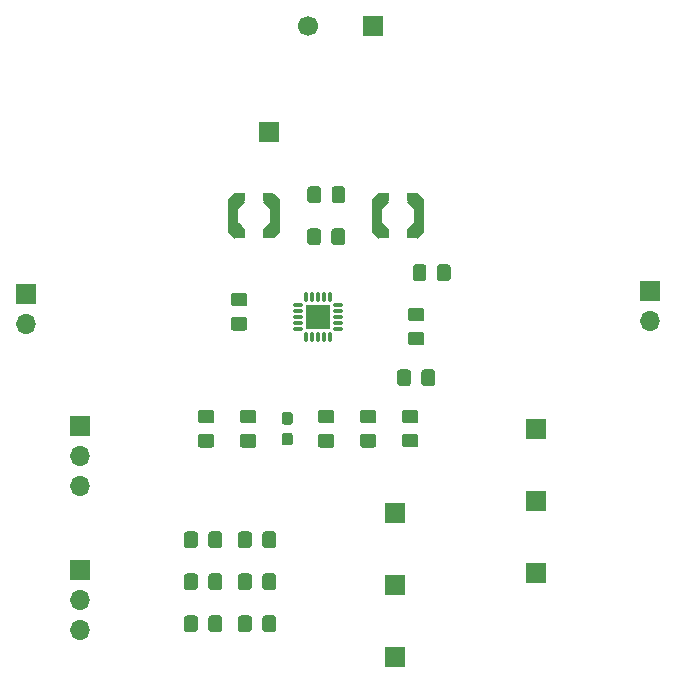
<source format=gbr>
G04 #@! TF.GenerationSoftware,KiCad,Pcbnew,(5.1.5)-3*
G04 #@! TF.CreationDate,2020-02-20T10:21:21+01:00*
G04 #@! TF.ProjectId,bq25570,62713235-3537-4302-9e6b-696361645f70,rev?*
G04 #@! TF.SameCoordinates,Original*
G04 #@! TF.FileFunction,Soldermask,Top*
G04 #@! TF.FilePolarity,Negative*
%FSLAX46Y46*%
G04 Gerber Fmt 4.6, Leading zero omitted, Abs format (unit mm)*
G04 Created by KiCad (PCBNEW (5.1.5)-3) date 2020-02-20 10:21:21*
%MOMM*%
%LPD*%
G04 APERTURE LIST*
%ADD10C,0.210000*%
%ADD11O,0.280000X0.850000*%
%ADD12O,0.850000X0.280000*%
%ADD13R,2.050000X2.050000*%
%ADD14R,1.700000X1.700000*%
%ADD15C,0.100000*%
%ADD16R,0.890000X0.775000*%
%ADD17R,0.870000X2.790000*%
%ADD18O,1.700000X1.700000*%
%ADD19C,1.700000*%
G04 APERTURE END LIST*
D10*
X115112420Y-72084820D03*
X115112420Y-71084820D03*
X114112420Y-71084820D03*
X114112420Y-72084820D03*
X114612420Y-71584820D03*
X114612420Y-72084820D03*
X115112420Y-71584820D03*
X114612420Y-71084820D03*
X114112420Y-71584820D03*
D11*
X113612420Y-69864820D03*
X114112420Y-69864820D03*
X114612420Y-69864820D03*
X115112420Y-69864820D03*
X115612420Y-69864820D03*
X115612420Y-73304820D03*
X115112420Y-73304820D03*
X113612420Y-73304820D03*
X114112420Y-73304820D03*
X114612420Y-73304820D03*
D12*
X112892420Y-72584820D03*
X112892420Y-71084820D03*
X112892420Y-72084820D03*
X116332420Y-72584820D03*
X116332420Y-70584820D03*
X116332420Y-72084820D03*
X112892420Y-71584820D03*
X112892420Y-70584820D03*
X116332420Y-71584820D03*
X116332420Y-71084820D03*
D13*
X114612420Y-71584820D03*
D14*
X121158000Y-94234000D03*
D15*
G36*
X104217505Y-89725204D02*
G01*
X104241773Y-89728804D01*
X104265572Y-89734765D01*
X104288671Y-89743030D01*
X104310850Y-89753520D01*
X104331893Y-89766132D01*
X104351599Y-89780747D01*
X104369777Y-89797223D01*
X104386253Y-89815401D01*
X104400868Y-89835107D01*
X104413480Y-89856150D01*
X104423970Y-89878329D01*
X104432235Y-89901428D01*
X104438196Y-89925227D01*
X104441796Y-89949495D01*
X104443000Y-89973999D01*
X104443000Y-90874001D01*
X104441796Y-90898505D01*
X104438196Y-90922773D01*
X104432235Y-90946572D01*
X104423970Y-90969671D01*
X104413480Y-90991850D01*
X104400868Y-91012893D01*
X104386253Y-91032599D01*
X104369777Y-91050777D01*
X104351599Y-91067253D01*
X104331893Y-91081868D01*
X104310850Y-91094480D01*
X104288671Y-91104970D01*
X104265572Y-91113235D01*
X104241773Y-91119196D01*
X104217505Y-91122796D01*
X104193001Y-91124000D01*
X103542999Y-91124000D01*
X103518495Y-91122796D01*
X103494227Y-91119196D01*
X103470428Y-91113235D01*
X103447329Y-91104970D01*
X103425150Y-91094480D01*
X103404107Y-91081868D01*
X103384401Y-91067253D01*
X103366223Y-91050777D01*
X103349747Y-91032599D01*
X103335132Y-91012893D01*
X103322520Y-90991850D01*
X103312030Y-90969671D01*
X103303765Y-90946572D01*
X103297804Y-90922773D01*
X103294204Y-90898505D01*
X103293000Y-90874001D01*
X103293000Y-89973999D01*
X103294204Y-89949495D01*
X103297804Y-89925227D01*
X103303765Y-89901428D01*
X103312030Y-89878329D01*
X103322520Y-89856150D01*
X103335132Y-89835107D01*
X103349747Y-89815401D01*
X103366223Y-89797223D01*
X103384401Y-89780747D01*
X103404107Y-89766132D01*
X103425150Y-89753520D01*
X103447329Y-89743030D01*
X103470428Y-89734765D01*
X103494227Y-89728804D01*
X103518495Y-89725204D01*
X103542999Y-89724000D01*
X104193001Y-89724000D01*
X104217505Y-89725204D01*
G37*
G36*
X106267505Y-89725204D02*
G01*
X106291773Y-89728804D01*
X106315572Y-89734765D01*
X106338671Y-89743030D01*
X106360850Y-89753520D01*
X106381893Y-89766132D01*
X106401599Y-89780747D01*
X106419777Y-89797223D01*
X106436253Y-89815401D01*
X106450868Y-89835107D01*
X106463480Y-89856150D01*
X106473970Y-89878329D01*
X106482235Y-89901428D01*
X106488196Y-89925227D01*
X106491796Y-89949495D01*
X106493000Y-89973999D01*
X106493000Y-90874001D01*
X106491796Y-90898505D01*
X106488196Y-90922773D01*
X106482235Y-90946572D01*
X106473970Y-90969671D01*
X106463480Y-90991850D01*
X106450868Y-91012893D01*
X106436253Y-91032599D01*
X106419777Y-91050777D01*
X106401599Y-91067253D01*
X106381893Y-91081868D01*
X106360850Y-91094480D01*
X106338671Y-91104970D01*
X106315572Y-91113235D01*
X106291773Y-91119196D01*
X106267505Y-91122796D01*
X106243001Y-91124000D01*
X105592999Y-91124000D01*
X105568495Y-91122796D01*
X105544227Y-91119196D01*
X105520428Y-91113235D01*
X105497329Y-91104970D01*
X105475150Y-91094480D01*
X105454107Y-91081868D01*
X105434401Y-91067253D01*
X105416223Y-91050777D01*
X105399747Y-91032599D01*
X105385132Y-91012893D01*
X105372520Y-90991850D01*
X105362030Y-90969671D01*
X105353765Y-90946572D01*
X105347804Y-90922773D01*
X105344204Y-90898505D01*
X105343000Y-90874001D01*
X105343000Y-89973999D01*
X105344204Y-89949495D01*
X105347804Y-89925227D01*
X105353765Y-89901428D01*
X105362030Y-89878329D01*
X105372520Y-89856150D01*
X105385132Y-89835107D01*
X105399747Y-89815401D01*
X105416223Y-89797223D01*
X105434401Y-89780747D01*
X105454107Y-89766132D01*
X105475150Y-89753520D01*
X105497329Y-89743030D01*
X105520428Y-89734765D01*
X105544227Y-89728804D01*
X105568495Y-89725204D01*
X105592999Y-89724000D01*
X106243001Y-89724000D01*
X106267505Y-89725204D01*
G37*
G36*
X104217505Y-93281204D02*
G01*
X104241773Y-93284804D01*
X104265572Y-93290765D01*
X104288671Y-93299030D01*
X104310850Y-93309520D01*
X104331893Y-93322132D01*
X104351599Y-93336747D01*
X104369777Y-93353223D01*
X104386253Y-93371401D01*
X104400868Y-93391107D01*
X104413480Y-93412150D01*
X104423970Y-93434329D01*
X104432235Y-93457428D01*
X104438196Y-93481227D01*
X104441796Y-93505495D01*
X104443000Y-93529999D01*
X104443000Y-94430001D01*
X104441796Y-94454505D01*
X104438196Y-94478773D01*
X104432235Y-94502572D01*
X104423970Y-94525671D01*
X104413480Y-94547850D01*
X104400868Y-94568893D01*
X104386253Y-94588599D01*
X104369777Y-94606777D01*
X104351599Y-94623253D01*
X104331893Y-94637868D01*
X104310850Y-94650480D01*
X104288671Y-94660970D01*
X104265572Y-94669235D01*
X104241773Y-94675196D01*
X104217505Y-94678796D01*
X104193001Y-94680000D01*
X103542999Y-94680000D01*
X103518495Y-94678796D01*
X103494227Y-94675196D01*
X103470428Y-94669235D01*
X103447329Y-94660970D01*
X103425150Y-94650480D01*
X103404107Y-94637868D01*
X103384401Y-94623253D01*
X103366223Y-94606777D01*
X103349747Y-94588599D01*
X103335132Y-94568893D01*
X103322520Y-94547850D01*
X103312030Y-94525671D01*
X103303765Y-94502572D01*
X103297804Y-94478773D01*
X103294204Y-94454505D01*
X103293000Y-94430001D01*
X103293000Y-93529999D01*
X103294204Y-93505495D01*
X103297804Y-93481227D01*
X103303765Y-93457428D01*
X103312030Y-93434329D01*
X103322520Y-93412150D01*
X103335132Y-93391107D01*
X103349747Y-93371401D01*
X103366223Y-93353223D01*
X103384401Y-93336747D01*
X103404107Y-93322132D01*
X103425150Y-93309520D01*
X103447329Y-93299030D01*
X103470428Y-93290765D01*
X103494227Y-93284804D01*
X103518495Y-93281204D01*
X103542999Y-93280000D01*
X104193001Y-93280000D01*
X104217505Y-93281204D01*
G37*
G36*
X106267505Y-93281204D02*
G01*
X106291773Y-93284804D01*
X106315572Y-93290765D01*
X106338671Y-93299030D01*
X106360850Y-93309520D01*
X106381893Y-93322132D01*
X106401599Y-93336747D01*
X106419777Y-93353223D01*
X106436253Y-93371401D01*
X106450868Y-93391107D01*
X106463480Y-93412150D01*
X106473970Y-93434329D01*
X106482235Y-93457428D01*
X106488196Y-93481227D01*
X106491796Y-93505495D01*
X106493000Y-93529999D01*
X106493000Y-94430001D01*
X106491796Y-94454505D01*
X106488196Y-94478773D01*
X106482235Y-94502572D01*
X106473970Y-94525671D01*
X106463480Y-94547850D01*
X106450868Y-94568893D01*
X106436253Y-94588599D01*
X106419777Y-94606777D01*
X106401599Y-94623253D01*
X106381893Y-94637868D01*
X106360850Y-94650480D01*
X106338671Y-94660970D01*
X106315572Y-94669235D01*
X106291773Y-94675196D01*
X106267505Y-94678796D01*
X106243001Y-94680000D01*
X105592999Y-94680000D01*
X105568495Y-94678796D01*
X105544227Y-94675196D01*
X105520428Y-94669235D01*
X105497329Y-94660970D01*
X105475150Y-94650480D01*
X105454107Y-94637868D01*
X105434401Y-94623253D01*
X105416223Y-94606777D01*
X105399747Y-94588599D01*
X105385132Y-94568893D01*
X105372520Y-94547850D01*
X105362030Y-94525671D01*
X105353765Y-94502572D01*
X105347804Y-94478773D01*
X105344204Y-94454505D01*
X105343000Y-94430001D01*
X105343000Y-93529999D01*
X105344204Y-93505495D01*
X105347804Y-93481227D01*
X105353765Y-93457428D01*
X105362030Y-93434329D01*
X105372520Y-93412150D01*
X105385132Y-93391107D01*
X105399747Y-93371401D01*
X105416223Y-93353223D01*
X105434401Y-93336747D01*
X105454107Y-93322132D01*
X105475150Y-93309520D01*
X105497329Y-93299030D01*
X105520428Y-93290765D01*
X105544227Y-93284804D01*
X105568495Y-93281204D01*
X105592999Y-93280000D01*
X106243001Y-93280000D01*
X106267505Y-93281204D01*
G37*
G36*
X104217505Y-96837204D02*
G01*
X104241773Y-96840804D01*
X104265572Y-96846765D01*
X104288671Y-96855030D01*
X104310850Y-96865520D01*
X104331893Y-96878132D01*
X104351599Y-96892747D01*
X104369777Y-96909223D01*
X104386253Y-96927401D01*
X104400868Y-96947107D01*
X104413480Y-96968150D01*
X104423970Y-96990329D01*
X104432235Y-97013428D01*
X104438196Y-97037227D01*
X104441796Y-97061495D01*
X104443000Y-97085999D01*
X104443000Y-97986001D01*
X104441796Y-98010505D01*
X104438196Y-98034773D01*
X104432235Y-98058572D01*
X104423970Y-98081671D01*
X104413480Y-98103850D01*
X104400868Y-98124893D01*
X104386253Y-98144599D01*
X104369777Y-98162777D01*
X104351599Y-98179253D01*
X104331893Y-98193868D01*
X104310850Y-98206480D01*
X104288671Y-98216970D01*
X104265572Y-98225235D01*
X104241773Y-98231196D01*
X104217505Y-98234796D01*
X104193001Y-98236000D01*
X103542999Y-98236000D01*
X103518495Y-98234796D01*
X103494227Y-98231196D01*
X103470428Y-98225235D01*
X103447329Y-98216970D01*
X103425150Y-98206480D01*
X103404107Y-98193868D01*
X103384401Y-98179253D01*
X103366223Y-98162777D01*
X103349747Y-98144599D01*
X103335132Y-98124893D01*
X103322520Y-98103850D01*
X103312030Y-98081671D01*
X103303765Y-98058572D01*
X103297804Y-98034773D01*
X103294204Y-98010505D01*
X103293000Y-97986001D01*
X103293000Y-97085999D01*
X103294204Y-97061495D01*
X103297804Y-97037227D01*
X103303765Y-97013428D01*
X103312030Y-96990329D01*
X103322520Y-96968150D01*
X103335132Y-96947107D01*
X103349747Y-96927401D01*
X103366223Y-96909223D01*
X103384401Y-96892747D01*
X103404107Y-96878132D01*
X103425150Y-96865520D01*
X103447329Y-96855030D01*
X103470428Y-96846765D01*
X103494227Y-96840804D01*
X103518495Y-96837204D01*
X103542999Y-96836000D01*
X104193001Y-96836000D01*
X104217505Y-96837204D01*
G37*
G36*
X106267505Y-96837204D02*
G01*
X106291773Y-96840804D01*
X106315572Y-96846765D01*
X106338671Y-96855030D01*
X106360850Y-96865520D01*
X106381893Y-96878132D01*
X106401599Y-96892747D01*
X106419777Y-96909223D01*
X106436253Y-96927401D01*
X106450868Y-96947107D01*
X106463480Y-96968150D01*
X106473970Y-96990329D01*
X106482235Y-97013428D01*
X106488196Y-97037227D01*
X106491796Y-97061495D01*
X106493000Y-97085999D01*
X106493000Y-97986001D01*
X106491796Y-98010505D01*
X106488196Y-98034773D01*
X106482235Y-98058572D01*
X106473970Y-98081671D01*
X106463480Y-98103850D01*
X106450868Y-98124893D01*
X106436253Y-98144599D01*
X106419777Y-98162777D01*
X106401599Y-98179253D01*
X106381893Y-98193868D01*
X106360850Y-98206480D01*
X106338671Y-98216970D01*
X106315572Y-98225235D01*
X106291773Y-98231196D01*
X106267505Y-98234796D01*
X106243001Y-98236000D01*
X105592999Y-98236000D01*
X105568495Y-98234796D01*
X105544227Y-98231196D01*
X105520428Y-98225235D01*
X105497329Y-98216970D01*
X105475150Y-98206480D01*
X105454107Y-98193868D01*
X105434401Y-98179253D01*
X105416223Y-98162777D01*
X105399747Y-98144599D01*
X105385132Y-98124893D01*
X105372520Y-98103850D01*
X105362030Y-98081671D01*
X105353765Y-98058572D01*
X105347804Y-98034773D01*
X105344204Y-98010505D01*
X105343000Y-97986001D01*
X105343000Y-97085999D01*
X105344204Y-97061495D01*
X105347804Y-97037227D01*
X105353765Y-97013428D01*
X105362030Y-96990329D01*
X105372520Y-96968150D01*
X105385132Y-96947107D01*
X105399747Y-96927401D01*
X105416223Y-96909223D01*
X105434401Y-96892747D01*
X105454107Y-96878132D01*
X105475150Y-96865520D01*
X105497329Y-96855030D01*
X105520428Y-96846765D01*
X105544227Y-96840804D01*
X105568495Y-96837204D01*
X105592999Y-96836000D01*
X106243001Y-96836000D01*
X106267505Y-96837204D01*
G37*
G36*
X123410505Y-70782204D02*
G01*
X123434773Y-70785804D01*
X123458572Y-70791765D01*
X123481671Y-70800030D01*
X123503850Y-70810520D01*
X123524893Y-70823132D01*
X123544599Y-70837747D01*
X123562777Y-70854223D01*
X123579253Y-70872401D01*
X123593868Y-70892107D01*
X123606480Y-70913150D01*
X123616970Y-70935329D01*
X123625235Y-70958428D01*
X123631196Y-70982227D01*
X123634796Y-71006495D01*
X123636000Y-71030999D01*
X123636000Y-71681001D01*
X123634796Y-71705505D01*
X123631196Y-71729773D01*
X123625235Y-71753572D01*
X123616970Y-71776671D01*
X123606480Y-71798850D01*
X123593868Y-71819893D01*
X123579253Y-71839599D01*
X123562777Y-71857777D01*
X123544599Y-71874253D01*
X123524893Y-71888868D01*
X123503850Y-71901480D01*
X123481671Y-71911970D01*
X123458572Y-71920235D01*
X123434773Y-71926196D01*
X123410505Y-71929796D01*
X123386001Y-71931000D01*
X122485999Y-71931000D01*
X122461495Y-71929796D01*
X122437227Y-71926196D01*
X122413428Y-71920235D01*
X122390329Y-71911970D01*
X122368150Y-71901480D01*
X122347107Y-71888868D01*
X122327401Y-71874253D01*
X122309223Y-71857777D01*
X122292747Y-71839599D01*
X122278132Y-71819893D01*
X122265520Y-71798850D01*
X122255030Y-71776671D01*
X122246765Y-71753572D01*
X122240804Y-71729773D01*
X122237204Y-71705505D01*
X122236000Y-71681001D01*
X122236000Y-71030999D01*
X122237204Y-71006495D01*
X122240804Y-70982227D01*
X122246765Y-70958428D01*
X122255030Y-70935329D01*
X122265520Y-70913150D01*
X122278132Y-70892107D01*
X122292747Y-70872401D01*
X122309223Y-70854223D01*
X122327401Y-70837747D01*
X122347107Y-70823132D01*
X122368150Y-70810520D01*
X122390329Y-70800030D01*
X122413428Y-70791765D01*
X122437227Y-70785804D01*
X122461495Y-70782204D01*
X122485999Y-70781000D01*
X123386001Y-70781000D01*
X123410505Y-70782204D01*
G37*
G36*
X123410505Y-72832204D02*
G01*
X123434773Y-72835804D01*
X123458572Y-72841765D01*
X123481671Y-72850030D01*
X123503850Y-72860520D01*
X123524893Y-72873132D01*
X123544599Y-72887747D01*
X123562777Y-72904223D01*
X123579253Y-72922401D01*
X123593868Y-72942107D01*
X123606480Y-72963150D01*
X123616970Y-72985329D01*
X123625235Y-73008428D01*
X123631196Y-73032227D01*
X123634796Y-73056495D01*
X123636000Y-73080999D01*
X123636000Y-73731001D01*
X123634796Y-73755505D01*
X123631196Y-73779773D01*
X123625235Y-73803572D01*
X123616970Y-73826671D01*
X123606480Y-73848850D01*
X123593868Y-73869893D01*
X123579253Y-73889599D01*
X123562777Y-73907777D01*
X123544599Y-73924253D01*
X123524893Y-73938868D01*
X123503850Y-73951480D01*
X123481671Y-73961970D01*
X123458572Y-73970235D01*
X123434773Y-73976196D01*
X123410505Y-73979796D01*
X123386001Y-73981000D01*
X122485999Y-73981000D01*
X122461495Y-73979796D01*
X122437227Y-73976196D01*
X122413428Y-73970235D01*
X122390329Y-73961970D01*
X122368150Y-73951480D01*
X122347107Y-73938868D01*
X122327401Y-73924253D01*
X122309223Y-73907777D01*
X122292747Y-73889599D01*
X122278132Y-73869893D01*
X122265520Y-73848850D01*
X122255030Y-73826671D01*
X122246765Y-73803572D01*
X122240804Y-73779773D01*
X122237204Y-73755505D01*
X122236000Y-73731001D01*
X122236000Y-73080999D01*
X122237204Y-73056495D01*
X122240804Y-73032227D01*
X122246765Y-73008428D01*
X122255030Y-72985329D01*
X122265520Y-72963150D01*
X122278132Y-72942107D01*
X122292747Y-72922401D01*
X122309223Y-72904223D01*
X122327401Y-72887747D01*
X122347107Y-72873132D01*
X122368150Y-72860520D01*
X122390329Y-72850030D01*
X122413428Y-72841765D01*
X122437227Y-72835804D01*
X122461495Y-72832204D01*
X122485999Y-72831000D01*
X123386001Y-72831000D01*
X123410505Y-72832204D01*
G37*
G36*
X124310505Y-76009204D02*
G01*
X124334773Y-76012804D01*
X124358572Y-76018765D01*
X124381671Y-76027030D01*
X124403850Y-76037520D01*
X124424893Y-76050132D01*
X124444599Y-76064747D01*
X124462777Y-76081223D01*
X124479253Y-76099401D01*
X124493868Y-76119107D01*
X124506480Y-76140150D01*
X124516970Y-76162329D01*
X124525235Y-76185428D01*
X124531196Y-76209227D01*
X124534796Y-76233495D01*
X124536000Y-76257999D01*
X124536000Y-77158001D01*
X124534796Y-77182505D01*
X124531196Y-77206773D01*
X124525235Y-77230572D01*
X124516970Y-77253671D01*
X124506480Y-77275850D01*
X124493868Y-77296893D01*
X124479253Y-77316599D01*
X124462777Y-77334777D01*
X124444599Y-77351253D01*
X124424893Y-77365868D01*
X124403850Y-77378480D01*
X124381671Y-77388970D01*
X124358572Y-77397235D01*
X124334773Y-77403196D01*
X124310505Y-77406796D01*
X124286001Y-77408000D01*
X123635999Y-77408000D01*
X123611495Y-77406796D01*
X123587227Y-77403196D01*
X123563428Y-77397235D01*
X123540329Y-77388970D01*
X123518150Y-77378480D01*
X123497107Y-77365868D01*
X123477401Y-77351253D01*
X123459223Y-77334777D01*
X123442747Y-77316599D01*
X123428132Y-77296893D01*
X123415520Y-77275850D01*
X123405030Y-77253671D01*
X123396765Y-77230572D01*
X123390804Y-77206773D01*
X123387204Y-77182505D01*
X123386000Y-77158001D01*
X123386000Y-76257999D01*
X123387204Y-76233495D01*
X123390804Y-76209227D01*
X123396765Y-76185428D01*
X123405030Y-76162329D01*
X123415520Y-76140150D01*
X123428132Y-76119107D01*
X123442747Y-76099401D01*
X123459223Y-76081223D01*
X123477401Y-76064747D01*
X123497107Y-76050132D01*
X123518150Y-76037520D01*
X123540329Y-76027030D01*
X123563428Y-76018765D01*
X123587227Y-76012804D01*
X123611495Y-76009204D01*
X123635999Y-76008000D01*
X124286001Y-76008000D01*
X124310505Y-76009204D01*
G37*
G36*
X122260505Y-76009204D02*
G01*
X122284773Y-76012804D01*
X122308572Y-76018765D01*
X122331671Y-76027030D01*
X122353850Y-76037520D01*
X122374893Y-76050132D01*
X122394599Y-76064747D01*
X122412777Y-76081223D01*
X122429253Y-76099401D01*
X122443868Y-76119107D01*
X122456480Y-76140150D01*
X122466970Y-76162329D01*
X122475235Y-76185428D01*
X122481196Y-76209227D01*
X122484796Y-76233495D01*
X122486000Y-76257999D01*
X122486000Y-77158001D01*
X122484796Y-77182505D01*
X122481196Y-77206773D01*
X122475235Y-77230572D01*
X122466970Y-77253671D01*
X122456480Y-77275850D01*
X122443868Y-77296893D01*
X122429253Y-77316599D01*
X122412777Y-77334777D01*
X122394599Y-77351253D01*
X122374893Y-77365868D01*
X122353850Y-77378480D01*
X122331671Y-77388970D01*
X122308572Y-77397235D01*
X122284773Y-77403196D01*
X122260505Y-77406796D01*
X122236001Y-77408000D01*
X121585999Y-77408000D01*
X121561495Y-77406796D01*
X121537227Y-77403196D01*
X121513428Y-77397235D01*
X121490329Y-77388970D01*
X121468150Y-77378480D01*
X121447107Y-77365868D01*
X121427401Y-77351253D01*
X121409223Y-77334777D01*
X121392747Y-77316599D01*
X121378132Y-77296893D01*
X121365520Y-77275850D01*
X121355030Y-77253671D01*
X121346765Y-77230572D01*
X121340804Y-77206773D01*
X121337204Y-77182505D01*
X121336000Y-77158001D01*
X121336000Y-76257999D01*
X121337204Y-76233495D01*
X121340804Y-76209227D01*
X121346765Y-76185428D01*
X121355030Y-76162329D01*
X121365520Y-76140150D01*
X121378132Y-76119107D01*
X121392747Y-76099401D01*
X121409223Y-76081223D01*
X121427401Y-76064747D01*
X121447107Y-76050132D01*
X121468150Y-76037520D01*
X121490329Y-76027030D01*
X121513428Y-76018765D01*
X121537227Y-76012804D01*
X121561495Y-76009204D01*
X121585999Y-76008000D01*
X122236001Y-76008000D01*
X122260505Y-76009204D01*
G37*
G36*
X122902505Y-81468204D02*
G01*
X122926773Y-81471804D01*
X122950572Y-81477765D01*
X122973671Y-81486030D01*
X122995850Y-81496520D01*
X123016893Y-81509132D01*
X123036599Y-81523747D01*
X123054777Y-81540223D01*
X123071253Y-81558401D01*
X123085868Y-81578107D01*
X123098480Y-81599150D01*
X123108970Y-81621329D01*
X123117235Y-81644428D01*
X123123196Y-81668227D01*
X123126796Y-81692495D01*
X123128000Y-81716999D01*
X123128000Y-82367001D01*
X123126796Y-82391505D01*
X123123196Y-82415773D01*
X123117235Y-82439572D01*
X123108970Y-82462671D01*
X123098480Y-82484850D01*
X123085868Y-82505893D01*
X123071253Y-82525599D01*
X123054777Y-82543777D01*
X123036599Y-82560253D01*
X123016893Y-82574868D01*
X122995850Y-82587480D01*
X122973671Y-82597970D01*
X122950572Y-82606235D01*
X122926773Y-82612196D01*
X122902505Y-82615796D01*
X122878001Y-82617000D01*
X121977999Y-82617000D01*
X121953495Y-82615796D01*
X121929227Y-82612196D01*
X121905428Y-82606235D01*
X121882329Y-82597970D01*
X121860150Y-82587480D01*
X121839107Y-82574868D01*
X121819401Y-82560253D01*
X121801223Y-82543777D01*
X121784747Y-82525599D01*
X121770132Y-82505893D01*
X121757520Y-82484850D01*
X121747030Y-82462671D01*
X121738765Y-82439572D01*
X121732804Y-82415773D01*
X121729204Y-82391505D01*
X121728000Y-82367001D01*
X121728000Y-81716999D01*
X121729204Y-81692495D01*
X121732804Y-81668227D01*
X121738765Y-81644428D01*
X121747030Y-81621329D01*
X121757520Y-81599150D01*
X121770132Y-81578107D01*
X121784747Y-81558401D01*
X121801223Y-81540223D01*
X121819401Y-81523747D01*
X121839107Y-81509132D01*
X121860150Y-81496520D01*
X121882329Y-81486030D01*
X121905428Y-81477765D01*
X121929227Y-81471804D01*
X121953495Y-81468204D01*
X121977999Y-81467000D01*
X122878001Y-81467000D01*
X122902505Y-81468204D01*
G37*
G36*
X122902505Y-79418204D02*
G01*
X122926773Y-79421804D01*
X122950572Y-79427765D01*
X122973671Y-79436030D01*
X122995850Y-79446520D01*
X123016893Y-79459132D01*
X123036599Y-79473747D01*
X123054777Y-79490223D01*
X123071253Y-79508401D01*
X123085868Y-79528107D01*
X123098480Y-79549150D01*
X123108970Y-79571329D01*
X123117235Y-79594428D01*
X123123196Y-79618227D01*
X123126796Y-79642495D01*
X123128000Y-79666999D01*
X123128000Y-80317001D01*
X123126796Y-80341505D01*
X123123196Y-80365773D01*
X123117235Y-80389572D01*
X123108970Y-80412671D01*
X123098480Y-80434850D01*
X123085868Y-80455893D01*
X123071253Y-80475599D01*
X123054777Y-80493777D01*
X123036599Y-80510253D01*
X123016893Y-80524868D01*
X122995850Y-80537480D01*
X122973671Y-80547970D01*
X122950572Y-80556235D01*
X122926773Y-80562196D01*
X122902505Y-80565796D01*
X122878001Y-80567000D01*
X121977999Y-80567000D01*
X121953495Y-80565796D01*
X121929227Y-80562196D01*
X121905428Y-80556235D01*
X121882329Y-80547970D01*
X121860150Y-80537480D01*
X121839107Y-80524868D01*
X121819401Y-80510253D01*
X121801223Y-80493777D01*
X121784747Y-80475599D01*
X121770132Y-80455893D01*
X121757520Y-80434850D01*
X121747030Y-80412671D01*
X121738765Y-80389572D01*
X121732804Y-80365773D01*
X121729204Y-80341505D01*
X121728000Y-80317001D01*
X121728000Y-79666999D01*
X121729204Y-79642495D01*
X121732804Y-79618227D01*
X121738765Y-79594428D01*
X121747030Y-79571329D01*
X121757520Y-79549150D01*
X121770132Y-79528107D01*
X121784747Y-79508401D01*
X121801223Y-79490223D01*
X121819401Y-79473747D01*
X121839107Y-79459132D01*
X121860150Y-79446520D01*
X121882329Y-79436030D01*
X121905428Y-79427765D01*
X121929227Y-79421804D01*
X121953495Y-79418204D01*
X121977999Y-79417000D01*
X122878001Y-79417000D01*
X122902505Y-79418204D01*
G37*
G36*
X119346505Y-79423504D02*
G01*
X119370773Y-79427104D01*
X119394572Y-79433065D01*
X119417671Y-79441330D01*
X119439850Y-79451820D01*
X119460893Y-79464432D01*
X119480599Y-79479047D01*
X119498777Y-79495523D01*
X119515253Y-79513701D01*
X119529868Y-79533407D01*
X119542480Y-79554450D01*
X119552970Y-79576629D01*
X119561235Y-79599728D01*
X119567196Y-79623527D01*
X119570796Y-79647795D01*
X119572000Y-79672299D01*
X119572000Y-80322301D01*
X119570796Y-80346805D01*
X119567196Y-80371073D01*
X119561235Y-80394872D01*
X119552970Y-80417971D01*
X119542480Y-80440150D01*
X119529868Y-80461193D01*
X119515253Y-80480899D01*
X119498777Y-80499077D01*
X119480599Y-80515553D01*
X119460893Y-80530168D01*
X119439850Y-80542780D01*
X119417671Y-80553270D01*
X119394572Y-80561535D01*
X119370773Y-80567496D01*
X119346505Y-80571096D01*
X119322001Y-80572300D01*
X118421999Y-80572300D01*
X118397495Y-80571096D01*
X118373227Y-80567496D01*
X118349428Y-80561535D01*
X118326329Y-80553270D01*
X118304150Y-80542780D01*
X118283107Y-80530168D01*
X118263401Y-80515553D01*
X118245223Y-80499077D01*
X118228747Y-80480899D01*
X118214132Y-80461193D01*
X118201520Y-80440150D01*
X118191030Y-80417971D01*
X118182765Y-80394872D01*
X118176804Y-80371073D01*
X118173204Y-80346805D01*
X118172000Y-80322301D01*
X118172000Y-79672299D01*
X118173204Y-79647795D01*
X118176804Y-79623527D01*
X118182765Y-79599728D01*
X118191030Y-79576629D01*
X118201520Y-79554450D01*
X118214132Y-79533407D01*
X118228747Y-79513701D01*
X118245223Y-79495523D01*
X118263401Y-79479047D01*
X118283107Y-79464432D01*
X118304150Y-79451820D01*
X118326329Y-79441330D01*
X118349428Y-79433065D01*
X118373227Y-79427104D01*
X118397495Y-79423504D01*
X118421999Y-79422300D01*
X119322001Y-79422300D01*
X119346505Y-79423504D01*
G37*
G36*
X119346505Y-81473504D02*
G01*
X119370773Y-81477104D01*
X119394572Y-81483065D01*
X119417671Y-81491330D01*
X119439850Y-81501820D01*
X119460893Y-81514432D01*
X119480599Y-81529047D01*
X119498777Y-81545523D01*
X119515253Y-81563701D01*
X119529868Y-81583407D01*
X119542480Y-81604450D01*
X119552970Y-81626629D01*
X119561235Y-81649728D01*
X119567196Y-81673527D01*
X119570796Y-81697795D01*
X119572000Y-81722299D01*
X119572000Y-82372301D01*
X119570796Y-82396805D01*
X119567196Y-82421073D01*
X119561235Y-82444872D01*
X119552970Y-82467971D01*
X119542480Y-82490150D01*
X119529868Y-82511193D01*
X119515253Y-82530899D01*
X119498777Y-82549077D01*
X119480599Y-82565553D01*
X119460893Y-82580168D01*
X119439850Y-82592780D01*
X119417671Y-82603270D01*
X119394572Y-82611535D01*
X119370773Y-82617496D01*
X119346505Y-82621096D01*
X119322001Y-82622300D01*
X118421999Y-82622300D01*
X118397495Y-82621096D01*
X118373227Y-82617496D01*
X118349428Y-82611535D01*
X118326329Y-82603270D01*
X118304150Y-82592780D01*
X118283107Y-82580168D01*
X118263401Y-82565553D01*
X118245223Y-82549077D01*
X118228747Y-82530899D01*
X118214132Y-82511193D01*
X118201520Y-82490150D01*
X118191030Y-82467971D01*
X118182765Y-82444872D01*
X118176804Y-82421073D01*
X118173204Y-82396805D01*
X118172000Y-82372301D01*
X118172000Y-81722299D01*
X118173204Y-81697795D01*
X118176804Y-81673527D01*
X118182765Y-81649728D01*
X118191030Y-81626629D01*
X118201520Y-81604450D01*
X118214132Y-81583407D01*
X118228747Y-81563701D01*
X118245223Y-81545523D01*
X118263401Y-81529047D01*
X118283107Y-81514432D01*
X118304150Y-81501820D01*
X118326329Y-81491330D01*
X118349428Y-81483065D01*
X118373227Y-81477104D01*
X118397495Y-81473504D01*
X118421999Y-81472300D01*
X119322001Y-81472300D01*
X119346505Y-81473504D01*
G37*
G36*
X115790505Y-79436204D02*
G01*
X115814773Y-79439804D01*
X115838572Y-79445765D01*
X115861671Y-79454030D01*
X115883850Y-79464520D01*
X115904893Y-79477132D01*
X115924599Y-79491747D01*
X115942777Y-79508223D01*
X115959253Y-79526401D01*
X115973868Y-79546107D01*
X115986480Y-79567150D01*
X115996970Y-79589329D01*
X116005235Y-79612428D01*
X116011196Y-79636227D01*
X116014796Y-79660495D01*
X116016000Y-79684999D01*
X116016000Y-80335001D01*
X116014796Y-80359505D01*
X116011196Y-80383773D01*
X116005235Y-80407572D01*
X115996970Y-80430671D01*
X115986480Y-80452850D01*
X115973868Y-80473893D01*
X115959253Y-80493599D01*
X115942777Y-80511777D01*
X115924599Y-80528253D01*
X115904893Y-80542868D01*
X115883850Y-80555480D01*
X115861671Y-80565970D01*
X115838572Y-80574235D01*
X115814773Y-80580196D01*
X115790505Y-80583796D01*
X115766001Y-80585000D01*
X114865999Y-80585000D01*
X114841495Y-80583796D01*
X114817227Y-80580196D01*
X114793428Y-80574235D01*
X114770329Y-80565970D01*
X114748150Y-80555480D01*
X114727107Y-80542868D01*
X114707401Y-80528253D01*
X114689223Y-80511777D01*
X114672747Y-80493599D01*
X114658132Y-80473893D01*
X114645520Y-80452850D01*
X114635030Y-80430671D01*
X114626765Y-80407572D01*
X114620804Y-80383773D01*
X114617204Y-80359505D01*
X114616000Y-80335001D01*
X114616000Y-79684999D01*
X114617204Y-79660495D01*
X114620804Y-79636227D01*
X114626765Y-79612428D01*
X114635030Y-79589329D01*
X114645520Y-79567150D01*
X114658132Y-79546107D01*
X114672747Y-79526401D01*
X114689223Y-79508223D01*
X114707401Y-79491747D01*
X114727107Y-79477132D01*
X114748150Y-79464520D01*
X114770329Y-79454030D01*
X114793428Y-79445765D01*
X114817227Y-79439804D01*
X114841495Y-79436204D01*
X114865999Y-79435000D01*
X115766001Y-79435000D01*
X115790505Y-79436204D01*
G37*
G36*
X115790505Y-81486204D02*
G01*
X115814773Y-81489804D01*
X115838572Y-81495765D01*
X115861671Y-81504030D01*
X115883850Y-81514520D01*
X115904893Y-81527132D01*
X115924599Y-81541747D01*
X115942777Y-81558223D01*
X115959253Y-81576401D01*
X115973868Y-81596107D01*
X115986480Y-81617150D01*
X115996970Y-81639329D01*
X116005235Y-81662428D01*
X116011196Y-81686227D01*
X116014796Y-81710495D01*
X116016000Y-81734999D01*
X116016000Y-82385001D01*
X116014796Y-82409505D01*
X116011196Y-82433773D01*
X116005235Y-82457572D01*
X115996970Y-82480671D01*
X115986480Y-82502850D01*
X115973868Y-82523893D01*
X115959253Y-82543599D01*
X115942777Y-82561777D01*
X115924599Y-82578253D01*
X115904893Y-82592868D01*
X115883850Y-82605480D01*
X115861671Y-82615970D01*
X115838572Y-82624235D01*
X115814773Y-82630196D01*
X115790505Y-82633796D01*
X115766001Y-82635000D01*
X114865999Y-82635000D01*
X114841495Y-82633796D01*
X114817227Y-82630196D01*
X114793428Y-82624235D01*
X114770329Y-82615970D01*
X114748150Y-82605480D01*
X114727107Y-82592868D01*
X114707401Y-82578253D01*
X114689223Y-82561777D01*
X114672747Y-82543599D01*
X114658132Y-82523893D01*
X114645520Y-82502850D01*
X114635030Y-82480671D01*
X114626765Y-82457572D01*
X114620804Y-82433773D01*
X114617204Y-82409505D01*
X114616000Y-82385001D01*
X114616000Y-81734999D01*
X114617204Y-81710495D01*
X114620804Y-81686227D01*
X114626765Y-81662428D01*
X114635030Y-81639329D01*
X114645520Y-81617150D01*
X114658132Y-81596107D01*
X114672747Y-81576401D01*
X114689223Y-81558223D01*
X114707401Y-81541747D01*
X114727107Y-81527132D01*
X114748150Y-81514520D01*
X114770329Y-81504030D01*
X114793428Y-81495765D01*
X114817227Y-81489804D01*
X114841495Y-81486204D01*
X114865999Y-81485000D01*
X115766001Y-81485000D01*
X115790505Y-81486204D01*
G37*
G36*
X109186505Y-81486204D02*
G01*
X109210773Y-81489804D01*
X109234572Y-81495765D01*
X109257671Y-81504030D01*
X109279850Y-81514520D01*
X109300893Y-81527132D01*
X109320599Y-81541747D01*
X109338777Y-81558223D01*
X109355253Y-81576401D01*
X109369868Y-81596107D01*
X109382480Y-81617150D01*
X109392970Y-81639329D01*
X109401235Y-81662428D01*
X109407196Y-81686227D01*
X109410796Y-81710495D01*
X109412000Y-81734999D01*
X109412000Y-82385001D01*
X109410796Y-82409505D01*
X109407196Y-82433773D01*
X109401235Y-82457572D01*
X109392970Y-82480671D01*
X109382480Y-82502850D01*
X109369868Y-82523893D01*
X109355253Y-82543599D01*
X109338777Y-82561777D01*
X109320599Y-82578253D01*
X109300893Y-82592868D01*
X109279850Y-82605480D01*
X109257671Y-82615970D01*
X109234572Y-82624235D01*
X109210773Y-82630196D01*
X109186505Y-82633796D01*
X109162001Y-82635000D01*
X108261999Y-82635000D01*
X108237495Y-82633796D01*
X108213227Y-82630196D01*
X108189428Y-82624235D01*
X108166329Y-82615970D01*
X108144150Y-82605480D01*
X108123107Y-82592868D01*
X108103401Y-82578253D01*
X108085223Y-82561777D01*
X108068747Y-82543599D01*
X108054132Y-82523893D01*
X108041520Y-82502850D01*
X108031030Y-82480671D01*
X108022765Y-82457572D01*
X108016804Y-82433773D01*
X108013204Y-82409505D01*
X108012000Y-82385001D01*
X108012000Y-81734999D01*
X108013204Y-81710495D01*
X108016804Y-81686227D01*
X108022765Y-81662428D01*
X108031030Y-81639329D01*
X108041520Y-81617150D01*
X108054132Y-81596107D01*
X108068747Y-81576401D01*
X108085223Y-81558223D01*
X108103401Y-81541747D01*
X108123107Y-81527132D01*
X108144150Y-81514520D01*
X108166329Y-81504030D01*
X108189428Y-81495765D01*
X108213227Y-81489804D01*
X108237495Y-81486204D01*
X108261999Y-81485000D01*
X109162001Y-81485000D01*
X109186505Y-81486204D01*
G37*
G36*
X109186505Y-79436204D02*
G01*
X109210773Y-79439804D01*
X109234572Y-79445765D01*
X109257671Y-79454030D01*
X109279850Y-79464520D01*
X109300893Y-79477132D01*
X109320599Y-79491747D01*
X109338777Y-79508223D01*
X109355253Y-79526401D01*
X109369868Y-79546107D01*
X109382480Y-79567150D01*
X109392970Y-79589329D01*
X109401235Y-79612428D01*
X109407196Y-79636227D01*
X109410796Y-79660495D01*
X109412000Y-79684999D01*
X109412000Y-80335001D01*
X109410796Y-80359505D01*
X109407196Y-80383773D01*
X109401235Y-80407572D01*
X109392970Y-80430671D01*
X109382480Y-80452850D01*
X109369868Y-80473893D01*
X109355253Y-80493599D01*
X109338777Y-80511777D01*
X109320599Y-80528253D01*
X109300893Y-80542868D01*
X109279850Y-80555480D01*
X109257671Y-80565970D01*
X109234572Y-80574235D01*
X109210773Y-80580196D01*
X109186505Y-80583796D01*
X109162001Y-80585000D01*
X108261999Y-80585000D01*
X108237495Y-80583796D01*
X108213227Y-80580196D01*
X108189428Y-80574235D01*
X108166329Y-80565970D01*
X108144150Y-80555480D01*
X108123107Y-80542868D01*
X108103401Y-80528253D01*
X108085223Y-80511777D01*
X108068747Y-80493599D01*
X108054132Y-80473893D01*
X108041520Y-80452850D01*
X108031030Y-80430671D01*
X108022765Y-80407572D01*
X108016804Y-80383773D01*
X108013204Y-80359505D01*
X108012000Y-80335001D01*
X108012000Y-79684999D01*
X108013204Y-79660495D01*
X108016804Y-79636227D01*
X108022765Y-79612428D01*
X108031030Y-79589329D01*
X108041520Y-79567150D01*
X108054132Y-79546107D01*
X108068747Y-79526401D01*
X108085223Y-79508223D01*
X108103401Y-79491747D01*
X108123107Y-79477132D01*
X108144150Y-79464520D01*
X108166329Y-79454030D01*
X108189428Y-79445765D01*
X108213227Y-79439804D01*
X108237495Y-79436204D01*
X108261999Y-79435000D01*
X109162001Y-79435000D01*
X109186505Y-79436204D01*
G37*
G36*
X112274779Y-79627144D02*
G01*
X112297834Y-79630563D01*
X112320443Y-79636227D01*
X112342387Y-79644079D01*
X112363457Y-79654044D01*
X112383448Y-79666026D01*
X112402168Y-79679910D01*
X112419438Y-79695562D01*
X112435090Y-79712832D01*
X112448974Y-79731552D01*
X112460956Y-79751543D01*
X112470921Y-79772613D01*
X112478773Y-79794557D01*
X112484437Y-79817166D01*
X112487856Y-79840221D01*
X112489000Y-79863500D01*
X112489000Y-80438500D01*
X112487856Y-80461779D01*
X112484437Y-80484834D01*
X112478773Y-80507443D01*
X112470921Y-80529387D01*
X112460956Y-80550457D01*
X112448974Y-80570448D01*
X112435090Y-80589168D01*
X112419438Y-80606438D01*
X112402168Y-80622090D01*
X112383448Y-80635974D01*
X112363457Y-80647956D01*
X112342387Y-80657921D01*
X112320443Y-80665773D01*
X112297834Y-80671437D01*
X112274779Y-80674856D01*
X112251500Y-80676000D01*
X111776500Y-80676000D01*
X111753221Y-80674856D01*
X111730166Y-80671437D01*
X111707557Y-80665773D01*
X111685613Y-80657921D01*
X111664543Y-80647956D01*
X111644552Y-80635974D01*
X111625832Y-80622090D01*
X111608562Y-80606438D01*
X111592910Y-80589168D01*
X111579026Y-80570448D01*
X111567044Y-80550457D01*
X111557079Y-80529387D01*
X111549227Y-80507443D01*
X111543563Y-80484834D01*
X111540144Y-80461779D01*
X111539000Y-80438500D01*
X111539000Y-79863500D01*
X111540144Y-79840221D01*
X111543563Y-79817166D01*
X111549227Y-79794557D01*
X111557079Y-79772613D01*
X111567044Y-79751543D01*
X111579026Y-79731552D01*
X111592910Y-79712832D01*
X111608562Y-79695562D01*
X111625832Y-79679910D01*
X111644552Y-79666026D01*
X111664543Y-79654044D01*
X111685613Y-79644079D01*
X111707557Y-79636227D01*
X111730166Y-79630563D01*
X111753221Y-79627144D01*
X111776500Y-79626000D01*
X112251500Y-79626000D01*
X112274779Y-79627144D01*
G37*
G36*
X112274779Y-81377144D02*
G01*
X112297834Y-81380563D01*
X112320443Y-81386227D01*
X112342387Y-81394079D01*
X112363457Y-81404044D01*
X112383448Y-81416026D01*
X112402168Y-81429910D01*
X112419438Y-81445562D01*
X112435090Y-81462832D01*
X112448974Y-81481552D01*
X112460956Y-81501543D01*
X112470921Y-81522613D01*
X112478773Y-81544557D01*
X112484437Y-81567166D01*
X112487856Y-81590221D01*
X112489000Y-81613500D01*
X112489000Y-82188500D01*
X112487856Y-82211779D01*
X112484437Y-82234834D01*
X112478773Y-82257443D01*
X112470921Y-82279387D01*
X112460956Y-82300457D01*
X112448974Y-82320448D01*
X112435090Y-82339168D01*
X112419438Y-82356438D01*
X112402168Y-82372090D01*
X112383448Y-82385974D01*
X112363457Y-82397956D01*
X112342387Y-82407921D01*
X112320443Y-82415773D01*
X112297834Y-82421437D01*
X112274779Y-82424856D01*
X112251500Y-82426000D01*
X111776500Y-82426000D01*
X111753221Y-82424856D01*
X111730166Y-82421437D01*
X111707557Y-82415773D01*
X111685613Y-82407921D01*
X111664543Y-82397956D01*
X111644552Y-82385974D01*
X111625832Y-82372090D01*
X111608562Y-82356438D01*
X111592910Y-82339168D01*
X111579026Y-82320448D01*
X111567044Y-82300457D01*
X111557079Y-82279387D01*
X111549227Y-82257443D01*
X111543563Y-82234834D01*
X111540144Y-82211779D01*
X111539000Y-82188500D01*
X111539000Y-81613500D01*
X111540144Y-81590221D01*
X111543563Y-81567166D01*
X111549227Y-81544557D01*
X111557079Y-81522613D01*
X111567044Y-81501543D01*
X111579026Y-81481552D01*
X111592910Y-81462832D01*
X111608562Y-81445562D01*
X111625832Y-81429910D01*
X111644552Y-81416026D01*
X111664543Y-81404044D01*
X111685613Y-81394079D01*
X111707557Y-81386227D01*
X111730166Y-81380563D01*
X111753221Y-81377144D01*
X111776500Y-81376000D01*
X112251500Y-81376000D01*
X112274779Y-81377144D01*
G37*
G36*
X123599105Y-64386804D02*
G01*
X123036350Y-64939821D01*
X122685895Y-64583196D01*
X123248650Y-64030179D01*
X123599105Y-64386804D01*
G37*
G36*
X123087115Y-63916733D02*
G01*
X122506732Y-64511474D01*
X122148885Y-64162267D01*
X122729268Y-63567526D01*
X123087115Y-63916733D01*
G37*
D16*
X122594000Y-64549500D03*
D15*
G36*
X123036350Y-61044179D02*
G01*
X123599105Y-61597196D01*
X123248650Y-61953821D01*
X122685895Y-61400804D01*
X123036350Y-61044179D01*
G37*
G36*
X122506732Y-61472526D02*
G01*
X123087115Y-62067267D01*
X122729268Y-62416474D01*
X122148885Y-61821733D01*
X122506732Y-61472526D01*
G37*
D16*
X122594000Y-61434500D03*
D17*
X123164000Y-62992000D03*
D15*
G36*
X120068732Y-63567526D02*
G01*
X120649115Y-64162267D01*
X120291268Y-64511474D01*
X119710885Y-63916733D01*
X120068732Y-63567526D01*
G37*
D16*
X120204000Y-64549500D03*
D15*
G36*
X119549350Y-64030179D02*
G01*
X120112105Y-64583196D01*
X119761650Y-64939821D01*
X119198895Y-64386804D01*
X119549350Y-64030179D01*
G37*
G36*
X120112105Y-61400804D02*
G01*
X119549350Y-61953821D01*
X119198895Y-61597196D01*
X119761650Y-61044179D01*
X120112105Y-61400804D01*
G37*
G36*
X120649115Y-61821733D02*
G01*
X120068732Y-62416474D01*
X119710885Y-62067267D01*
X120291268Y-61472526D01*
X120649115Y-61821733D01*
G37*
D16*
X120204000Y-61434500D03*
D17*
X119634000Y-62992000D03*
D15*
G36*
X111433105Y-64386804D02*
G01*
X110870350Y-64939821D01*
X110519895Y-64583196D01*
X111082650Y-64030179D01*
X111433105Y-64386804D01*
G37*
G36*
X110921115Y-63916733D02*
G01*
X110340732Y-64511474D01*
X109982885Y-64162267D01*
X110563268Y-63567526D01*
X110921115Y-63916733D01*
G37*
D16*
X110428000Y-64549500D03*
D15*
G36*
X110870350Y-61044179D02*
G01*
X111433105Y-61597196D01*
X111082650Y-61953821D01*
X110519895Y-61400804D01*
X110870350Y-61044179D01*
G37*
G36*
X110340732Y-61472526D02*
G01*
X110921115Y-62067267D01*
X110563268Y-62416474D01*
X109982885Y-61821733D01*
X110340732Y-61472526D01*
G37*
D16*
X110428000Y-61434500D03*
D17*
X110998000Y-62992000D03*
D15*
G36*
X107902732Y-63567526D02*
G01*
X108483115Y-64162267D01*
X108125268Y-64511474D01*
X107544885Y-63916733D01*
X107902732Y-63567526D01*
G37*
D16*
X108038000Y-64549500D03*
D15*
G36*
X107383350Y-64030179D02*
G01*
X107946105Y-64583196D01*
X107595650Y-64939821D01*
X107032895Y-64386804D01*
X107383350Y-64030179D01*
G37*
G36*
X107946105Y-61400804D02*
G01*
X107383350Y-61953821D01*
X107032895Y-61597196D01*
X107595650Y-61044179D01*
X107946105Y-61400804D01*
G37*
G36*
X108483115Y-61821733D02*
G01*
X107902732Y-62416474D01*
X107544885Y-62067267D01*
X108125268Y-61472526D01*
X108483115Y-61821733D01*
G37*
D16*
X108038000Y-61434500D03*
D17*
X107468000Y-62992000D03*
D14*
X133096000Y-81026000D03*
X133096000Y-87122000D03*
X133096000Y-93218000D03*
X121158000Y-88138000D03*
X121158000Y-100330000D03*
X110490000Y-55880000D03*
D18*
X94488000Y-98044000D03*
X94488000Y-95504000D03*
D14*
X94488000Y-92964000D03*
D18*
X94488000Y-85852000D03*
X94488000Y-83312000D03*
D14*
X94488000Y-80772000D03*
D18*
X142748000Y-71882000D03*
D14*
X142748000Y-69342000D03*
D18*
X89916000Y-72136000D03*
D14*
X89916000Y-69596000D03*
D15*
G36*
X108789505Y-89725204D02*
G01*
X108813773Y-89728804D01*
X108837572Y-89734765D01*
X108860671Y-89743030D01*
X108882850Y-89753520D01*
X108903893Y-89766132D01*
X108923599Y-89780747D01*
X108941777Y-89797223D01*
X108958253Y-89815401D01*
X108972868Y-89835107D01*
X108985480Y-89856150D01*
X108995970Y-89878329D01*
X109004235Y-89901428D01*
X109010196Y-89925227D01*
X109013796Y-89949495D01*
X109015000Y-89973999D01*
X109015000Y-90874001D01*
X109013796Y-90898505D01*
X109010196Y-90922773D01*
X109004235Y-90946572D01*
X108995970Y-90969671D01*
X108985480Y-90991850D01*
X108972868Y-91012893D01*
X108958253Y-91032599D01*
X108941777Y-91050777D01*
X108923599Y-91067253D01*
X108903893Y-91081868D01*
X108882850Y-91094480D01*
X108860671Y-91104970D01*
X108837572Y-91113235D01*
X108813773Y-91119196D01*
X108789505Y-91122796D01*
X108765001Y-91124000D01*
X108114999Y-91124000D01*
X108090495Y-91122796D01*
X108066227Y-91119196D01*
X108042428Y-91113235D01*
X108019329Y-91104970D01*
X107997150Y-91094480D01*
X107976107Y-91081868D01*
X107956401Y-91067253D01*
X107938223Y-91050777D01*
X107921747Y-91032599D01*
X107907132Y-91012893D01*
X107894520Y-90991850D01*
X107884030Y-90969671D01*
X107875765Y-90946572D01*
X107869804Y-90922773D01*
X107866204Y-90898505D01*
X107865000Y-90874001D01*
X107865000Y-89973999D01*
X107866204Y-89949495D01*
X107869804Y-89925227D01*
X107875765Y-89901428D01*
X107884030Y-89878329D01*
X107894520Y-89856150D01*
X107907132Y-89835107D01*
X107921747Y-89815401D01*
X107938223Y-89797223D01*
X107956401Y-89780747D01*
X107976107Y-89766132D01*
X107997150Y-89753520D01*
X108019329Y-89743030D01*
X108042428Y-89734765D01*
X108066227Y-89728804D01*
X108090495Y-89725204D01*
X108114999Y-89724000D01*
X108765001Y-89724000D01*
X108789505Y-89725204D01*
G37*
G36*
X110839505Y-89725204D02*
G01*
X110863773Y-89728804D01*
X110887572Y-89734765D01*
X110910671Y-89743030D01*
X110932850Y-89753520D01*
X110953893Y-89766132D01*
X110973599Y-89780747D01*
X110991777Y-89797223D01*
X111008253Y-89815401D01*
X111022868Y-89835107D01*
X111035480Y-89856150D01*
X111045970Y-89878329D01*
X111054235Y-89901428D01*
X111060196Y-89925227D01*
X111063796Y-89949495D01*
X111065000Y-89973999D01*
X111065000Y-90874001D01*
X111063796Y-90898505D01*
X111060196Y-90922773D01*
X111054235Y-90946572D01*
X111045970Y-90969671D01*
X111035480Y-90991850D01*
X111022868Y-91012893D01*
X111008253Y-91032599D01*
X110991777Y-91050777D01*
X110973599Y-91067253D01*
X110953893Y-91081868D01*
X110932850Y-91094480D01*
X110910671Y-91104970D01*
X110887572Y-91113235D01*
X110863773Y-91119196D01*
X110839505Y-91122796D01*
X110815001Y-91124000D01*
X110164999Y-91124000D01*
X110140495Y-91122796D01*
X110116227Y-91119196D01*
X110092428Y-91113235D01*
X110069329Y-91104970D01*
X110047150Y-91094480D01*
X110026107Y-91081868D01*
X110006401Y-91067253D01*
X109988223Y-91050777D01*
X109971747Y-91032599D01*
X109957132Y-91012893D01*
X109944520Y-90991850D01*
X109934030Y-90969671D01*
X109925765Y-90946572D01*
X109919804Y-90922773D01*
X109916204Y-90898505D01*
X109915000Y-90874001D01*
X109915000Y-89973999D01*
X109916204Y-89949495D01*
X109919804Y-89925227D01*
X109925765Y-89901428D01*
X109934030Y-89878329D01*
X109944520Y-89856150D01*
X109957132Y-89835107D01*
X109971747Y-89815401D01*
X109988223Y-89797223D01*
X110006401Y-89780747D01*
X110026107Y-89766132D01*
X110047150Y-89753520D01*
X110069329Y-89743030D01*
X110092428Y-89734765D01*
X110116227Y-89728804D01*
X110140495Y-89725204D01*
X110164999Y-89724000D01*
X110815001Y-89724000D01*
X110839505Y-89725204D01*
G37*
G36*
X108789505Y-93281204D02*
G01*
X108813773Y-93284804D01*
X108837572Y-93290765D01*
X108860671Y-93299030D01*
X108882850Y-93309520D01*
X108903893Y-93322132D01*
X108923599Y-93336747D01*
X108941777Y-93353223D01*
X108958253Y-93371401D01*
X108972868Y-93391107D01*
X108985480Y-93412150D01*
X108995970Y-93434329D01*
X109004235Y-93457428D01*
X109010196Y-93481227D01*
X109013796Y-93505495D01*
X109015000Y-93529999D01*
X109015000Y-94430001D01*
X109013796Y-94454505D01*
X109010196Y-94478773D01*
X109004235Y-94502572D01*
X108995970Y-94525671D01*
X108985480Y-94547850D01*
X108972868Y-94568893D01*
X108958253Y-94588599D01*
X108941777Y-94606777D01*
X108923599Y-94623253D01*
X108903893Y-94637868D01*
X108882850Y-94650480D01*
X108860671Y-94660970D01*
X108837572Y-94669235D01*
X108813773Y-94675196D01*
X108789505Y-94678796D01*
X108765001Y-94680000D01*
X108114999Y-94680000D01*
X108090495Y-94678796D01*
X108066227Y-94675196D01*
X108042428Y-94669235D01*
X108019329Y-94660970D01*
X107997150Y-94650480D01*
X107976107Y-94637868D01*
X107956401Y-94623253D01*
X107938223Y-94606777D01*
X107921747Y-94588599D01*
X107907132Y-94568893D01*
X107894520Y-94547850D01*
X107884030Y-94525671D01*
X107875765Y-94502572D01*
X107869804Y-94478773D01*
X107866204Y-94454505D01*
X107865000Y-94430001D01*
X107865000Y-93529999D01*
X107866204Y-93505495D01*
X107869804Y-93481227D01*
X107875765Y-93457428D01*
X107884030Y-93434329D01*
X107894520Y-93412150D01*
X107907132Y-93391107D01*
X107921747Y-93371401D01*
X107938223Y-93353223D01*
X107956401Y-93336747D01*
X107976107Y-93322132D01*
X107997150Y-93309520D01*
X108019329Y-93299030D01*
X108042428Y-93290765D01*
X108066227Y-93284804D01*
X108090495Y-93281204D01*
X108114999Y-93280000D01*
X108765001Y-93280000D01*
X108789505Y-93281204D01*
G37*
G36*
X110839505Y-93281204D02*
G01*
X110863773Y-93284804D01*
X110887572Y-93290765D01*
X110910671Y-93299030D01*
X110932850Y-93309520D01*
X110953893Y-93322132D01*
X110973599Y-93336747D01*
X110991777Y-93353223D01*
X111008253Y-93371401D01*
X111022868Y-93391107D01*
X111035480Y-93412150D01*
X111045970Y-93434329D01*
X111054235Y-93457428D01*
X111060196Y-93481227D01*
X111063796Y-93505495D01*
X111065000Y-93529999D01*
X111065000Y-94430001D01*
X111063796Y-94454505D01*
X111060196Y-94478773D01*
X111054235Y-94502572D01*
X111045970Y-94525671D01*
X111035480Y-94547850D01*
X111022868Y-94568893D01*
X111008253Y-94588599D01*
X110991777Y-94606777D01*
X110973599Y-94623253D01*
X110953893Y-94637868D01*
X110932850Y-94650480D01*
X110910671Y-94660970D01*
X110887572Y-94669235D01*
X110863773Y-94675196D01*
X110839505Y-94678796D01*
X110815001Y-94680000D01*
X110164999Y-94680000D01*
X110140495Y-94678796D01*
X110116227Y-94675196D01*
X110092428Y-94669235D01*
X110069329Y-94660970D01*
X110047150Y-94650480D01*
X110026107Y-94637868D01*
X110006401Y-94623253D01*
X109988223Y-94606777D01*
X109971747Y-94588599D01*
X109957132Y-94568893D01*
X109944520Y-94547850D01*
X109934030Y-94525671D01*
X109925765Y-94502572D01*
X109919804Y-94478773D01*
X109916204Y-94454505D01*
X109915000Y-94430001D01*
X109915000Y-93529999D01*
X109916204Y-93505495D01*
X109919804Y-93481227D01*
X109925765Y-93457428D01*
X109934030Y-93434329D01*
X109944520Y-93412150D01*
X109957132Y-93391107D01*
X109971747Y-93371401D01*
X109988223Y-93353223D01*
X110006401Y-93336747D01*
X110026107Y-93322132D01*
X110047150Y-93309520D01*
X110069329Y-93299030D01*
X110092428Y-93290765D01*
X110116227Y-93284804D01*
X110140495Y-93281204D01*
X110164999Y-93280000D01*
X110815001Y-93280000D01*
X110839505Y-93281204D01*
G37*
G36*
X108789505Y-96837204D02*
G01*
X108813773Y-96840804D01*
X108837572Y-96846765D01*
X108860671Y-96855030D01*
X108882850Y-96865520D01*
X108903893Y-96878132D01*
X108923599Y-96892747D01*
X108941777Y-96909223D01*
X108958253Y-96927401D01*
X108972868Y-96947107D01*
X108985480Y-96968150D01*
X108995970Y-96990329D01*
X109004235Y-97013428D01*
X109010196Y-97037227D01*
X109013796Y-97061495D01*
X109015000Y-97085999D01*
X109015000Y-97986001D01*
X109013796Y-98010505D01*
X109010196Y-98034773D01*
X109004235Y-98058572D01*
X108995970Y-98081671D01*
X108985480Y-98103850D01*
X108972868Y-98124893D01*
X108958253Y-98144599D01*
X108941777Y-98162777D01*
X108923599Y-98179253D01*
X108903893Y-98193868D01*
X108882850Y-98206480D01*
X108860671Y-98216970D01*
X108837572Y-98225235D01*
X108813773Y-98231196D01*
X108789505Y-98234796D01*
X108765001Y-98236000D01*
X108114999Y-98236000D01*
X108090495Y-98234796D01*
X108066227Y-98231196D01*
X108042428Y-98225235D01*
X108019329Y-98216970D01*
X107997150Y-98206480D01*
X107976107Y-98193868D01*
X107956401Y-98179253D01*
X107938223Y-98162777D01*
X107921747Y-98144599D01*
X107907132Y-98124893D01*
X107894520Y-98103850D01*
X107884030Y-98081671D01*
X107875765Y-98058572D01*
X107869804Y-98034773D01*
X107866204Y-98010505D01*
X107865000Y-97986001D01*
X107865000Y-97085999D01*
X107866204Y-97061495D01*
X107869804Y-97037227D01*
X107875765Y-97013428D01*
X107884030Y-96990329D01*
X107894520Y-96968150D01*
X107907132Y-96947107D01*
X107921747Y-96927401D01*
X107938223Y-96909223D01*
X107956401Y-96892747D01*
X107976107Y-96878132D01*
X107997150Y-96865520D01*
X108019329Y-96855030D01*
X108042428Y-96846765D01*
X108066227Y-96840804D01*
X108090495Y-96837204D01*
X108114999Y-96836000D01*
X108765001Y-96836000D01*
X108789505Y-96837204D01*
G37*
G36*
X110839505Y-96837204D02*
G01*
X110863773Y-96840804D01*
X110887572Y-96846765D01*
X110910671Y-96855030D01*
X110932850Y-96865520D01*
X110953893Y-96878132D01*
X110973599Y-96892747D01*
X110991777Y-96909223D01*
X111008253Y-96927401D01*
X111022868Y-96947107D01*
X111035480Y-96968150D01*
X111045970Y-96990329D01*
X111054235Y-97013428D01*
X111060196Y-97037227D01*
X111063796Y-97061495D01*
X111065000Y-97085999D01*
X111065000Y-97986001D01*
X111063796Y-98010505D01*
X111060196Y-98034773D01*
X111054235Y-98058572D01*
X111045970Y-98081671D01*
X111035480Y-98103850D01*
X111022868Y-98124893D01*
X111008253Y-98144599D01*
X110991777Y-98162777D01*
X110973599Y-98179253D01*
X110953893Y-98193868D01*
X110932850Y-98206480D01*
X110910671Y-98216970D01*
X110887572Y-98225235D01*
X110863773Y-98231196D01*
X110839505Y-98234796D01*
X110815001Y-98236000D01*
X110164999Y-98236000D01*
X110140495Y-98234796D01*
X110116227Y-98231196D01*
X110092428Y-98225235D01*
X110069329Y-98216970D01*
X110047150Y-98206480D01*
X110026107Y-98193868D01*
X110006401Y-98179253D01*
X109988223Y-98162777D01*
X109971747Y-98144599D01*
X109957132Y-98124893D01*
X109944520Y-98103850D01*
X109934030Y-98081671D01*
X109925765Y-98058572D01*
X109919804Y-98034773D01*
X109916204Y-98010505D01*
X109915000Y-97986001D01*
X109915000Y-97085999D01*
X109916204Y-97061495D01*
X109919804Y-97037227D01*
X109925765Y-97013428D01*
X109934030Y-96990329D01*
X109944520Y-96968150D01*
X109957132Y-96947107D01*
X109971747Y-96927401D01*
X109988223Y-96909223D01*
X110006401Y-96892747D01*
X110026107Y-96878132D01*
X110047150Y-96865520D01*
X110069329Y-96855030D01*
X110092428Y-96846765D01*
X110116227Y-96840804D01*
X110140495Y-96837204D01*
X110164999Y-96836000D01*
X110815001Y-96836000D01*
X110839505Y-96837204D01*
G37*
G36*
X123581305Y-67119204D02*
G01*
X123605573Y-67122804D01*
X123629372Y-67128765D01*
X123652471Y-67137030D01*
X123674650Y-67147520D01*
X123695693Y-67160132D01*
X123715399Y-67174747D01*
X123733577Y-67191223D01*
X123750053Y-67209401D01*
X123764668Y-67229107D01*
X123777280Y-67250150D01*
X123787770Y-67272329D01*
X123796035Y-67295428D01*
X123801996Y-67319227D01*
X123805596Y-67343495D01*
X123806800Y-67367999D01*
X123806800Y-68268001D01*
X123805596Y-68292505D01*
X123801996Y-68316773D01*
X123796035Y-68340572D01*
X123787770Y-68363671D01*
X123777280Y-68385850D01*
X123764668Y-68406893D01*
X123750053Y-68426599D01*
X123733577Y-68444777D01*
X123715399Y-68461253D01*
X123695693Y-68475868D01*
X123674650Y-68488480D01*
X123652471Y-68498970D01*
X123629372Y-68507235D01*
X123605573Y-68513196D01*
X123581305Y-68516796D01*
X123556801Y-68518000D01*
X122906799Y-68518000D01*
X122882295Y-68516796D01*
X122858027Y-68513196D01*
X122834228Y-68507235D01*
X122811129Y-68498970D01*
X122788950Y-68488480D01*
X122767907Y-68475868D01*
X122748201Y-68461253D01*
X122730023Y-68444777D01*
X122713547Y-68426599D01*
X122698932Y-68406893D01*
X122686320Y-68385850D01*
X122675830Y-68363671D01*
X122667565Y-68340572D01*
X122661604Y-68316773D01*
X122658004Y-68292505D01*
X122656800Y-68268001D01*
X122656800Y-67367999D01*
X122658004Y-67343495D01*
X122661604Y-67319227D01*
X122667565Y-67295428D01*
X122675830Y-67272329D01*
X122686320Y-67250150D01*
X122698932Y-67229107D01*
X122713547Y-67209401D01*
X122730023Y-67191223D01*
X122748201Y-67174747D01*
X122767907Y-67160132D01*
X122788950Y-67147520D01*
X122811129Y-67137030D01*
X122834228Y-67128765D01*
X122858027Y-67122804D01*
X122882295Y-67119204D01*
X122906799Y-67118000D01*
X123556801Y-67118000D01*
X123581305Y-67119204D01*
G37*
G36*
X125631305Y-67119204D02*
G01*
X125655573Y-67122804D01*
X125679372Y-67128765D01*
X125702471Y-67137030D01*
X125724650Y-67147520D01*
X125745693Y-67160132D01*
X125765399Y-67174747D01*
X125783577Y-67191223D01*
X125800053Y-67209401D01*
X125814668Y-67229107D01*
X125827280Y-67250150D01*
X125837770Y-67272329D01*
X125846035Y-67295428D01*
X125851996Y-67319227D01*
X125855596Y-67343495D01*
X125856800Y-67367999D01*
X125856800Y-68268001D01*
X125855596Y-68292505D01*
X125851996Y-68316773D01*
X125846035Y-68340572D01*
X125837770Y-68363671D01*
X125827280Y-68385850D01*
X125814668Y-68406893D01*
X125800053Y-68426599D01*
X125783577Y-68444777D01*
X125765399Y-68461253D01*
X125745693Y-68475868D01*
X125724650Y-68488480D01*
X125702471Y-68498970D01*
X125679372Y-68507235D01*
X125655573Y-68513196D01*
X125631305Y-68516796D01*
X125606801Y-68518000D01*
X124956799Y-68518000D01*
X124932295Y-68516796D01*
X124908027Y-68513196D01*
X124884228Y-68507235D01*
X124861129Y-68498970D01*
X124838950Y-68488480D01*
X124817907Y-68475868D01*
X124798201Y-68461253D01*
X124780023Y-68444777D01*
X124763547Y-68426599D01*
X124748932Y-68406893D01*
X124736320Y-68385850D01*
X124725830Y-68363671D01*
X124717565Y-68340572D01*
X124711604Y-68316773D01*
X124708004Y-68292505D01*
X124706800Y-68268001D01*
X124706800Y-67367999D01*
X124708004Y-67343495D01*
X124711604Y-67319227D01*
X124717565Y-67295428D01*
X124725830Y-67272329D01*
X124736320Y-67250150D01*
X124748932Y-67229107D01*
X124763547Y-67209401D01*
X124780023Y-67191223D01*
X124798201Y-67174747D01*
X124817907Y-67160132D01*
X124838950Y-67147520D01*
X124861129Y-67137030D01*
X124884228Y-67128765D01*
X124908027Y-67122804D01*
X124932295Y-67119204D01*
X124956799Y-67118000D01*
X125606801Y-67118000D01*
X125631305Y-67119204D01*
G37*
G36*
X116690505Y-64071204D02*
G01*
X116714773Y-64074804D01*
X116738572Y-64080765D01*
X116761671Y-64089030D01*
X116783850Y-64099520D01*
X116804893Y-64112132D01*
X116824599Y-64126747D01*
X116842777Y-64143223D01*
X116859253Y-64161401D01*
X116873868Y-64181107D01*
X116886480Y-64202150D01*
X116896970Y-64224329D01*
X116905235Y-64247428D01*
X116911196Y-64271227D01*
X116914796Y-64295495D01*
X116916000Y-64319999D01*
X116916000Y-65220001D01*
X116914796Y-65244505D01*
X116911196Y-65268773D01*
X116905235Y-65292572D01*
X116896970Y-65315671D01*
X116886480Y-65337850D01*
X116873868Y-65358893D01*
X116859253Y-65378599D01*
X116842777Y-65396777D01*
X116824599Y-65413253D01*
X116804893Y-65427868D01*
X116783850Y-65440480D01*
X116761671Y-65450970D01*
X116738572Y-65459235D01*
X116714773Y-65465196D01*
X116690505Y-65468796D01*
X116666001Y-65470000D01*
X116015999Y-65470000D01*
X115991495Y-65468796D01*
X115967227Y-65465196D01*
X115943428Y-65459235D01*
X115920329Y-65450970D01*
X115898150Y-65440480D01*
X115877107Y-65427868D01*
X115857401Y-65413253D01*
X115839223Y-65396777D01*
X115822747Y-65378599D01*
X115808132Y-65358893D01*
X115795520Y-65337850D01*
X115785030Y-65315671D01*
X115776765Y-65292572D01*
X115770804Y-65268773D01*
X115767204Y-65244505D01*
X115766000Y-65220001D01*
X115766000Y-64319999D01*
X115767204Y-64295495D01*
X115770804Y-64271227D01*
X115776765Y-64247428D01*
X115785030Y-64224329D01*
X115795520Y-64202150D01*
X115808132Y-64181107D01*
X115822747Y-64161401D01*
X115839223Y-64143223D01*
X115857401Y-64126747D01*
X115877107Y-64112132D01*
X115898150Y-64099520D01*
X115920329Y-64089030D01*
X115943428Y-64080765D01*
X115967227Y-64074804D01*
X115991495Y-64071204D01*
X116015999Y-64070000D01*
X116666001Y-64070000D01*
X116690505Y-64071204D01*
G37*
G36*
X114640505Y-64071204D02*
G01*
X114664773Y-64074804D01*
X114688572Y-64080765D01*
X114711671Y-64089030D01*
X114733850Y-64099520D01*
X114754893Y-64112132D01*
X114774599Y-64126747D01*
X114792777Y-64143223D01*
X114809253Y-64161401D01*
X114823868Y-64181107D01*
X114836480Y-64202150D01*
X114846970Y-64224329D01*
X114855235Y-64247428D01*
X114861196Y-64271227D01*
X114864796Y-64295495D01*
X114866000Y-64319999D01*
X114866000Y-65220001D01*
X114864796Y-65244505D01*
X114861196Y-65268773D01*
X114855235Y-65292572D01*
X114846970Y-65315671D01*
X114836480Y-65337850D01*
X114823868Y-65358893D01*
X114809253Y-65378599D01*
X114792777Y-65396777D01*
X114774599Y-65413253D01*
X114754893Y-65427868D01*
X114733850Y-65440480D01*
X114711671Y-65450970D01*
X114688572Y-65459235D01*
X114664773Y-65465196D01*
X114640505Y-65468796D01*
X114616001Y-65470000D01*
X113965999Y-65470000D01*
X113941495Y-65468796D01*
X113917227Y-65465196D01*
X113893428Y-65459235D01*
X113870329Y-65450970D01*
X113848150Y-65440480D01*
X113827107Y-65427868D01*
X113807401Y-65413253D01*
X113789223Y-65396777D01*
X113772747Y-65378599D01*
X113758132Y-65358893D01*
X113745520Y-65337850D01*
X113735030Y-65315671D01*
X113726765Y-65292572D01*
X113720804Y-65268773D01*
X113717204Y-65244505D01*
X113716000Y-65220001D01*
X113716000Y-64319999D01*
X113717204Y-64295495D01*
X113720804Y-64271227D01*
X113726765Y-64247428D01*
X113735030Y-64224329D01*
X113745520Y-64202150D01*
X113758132Y-64181107D01*
X113772747Y-64161401D01*
X113789223Y-64143223D01*
X113807401Y-64126747D01*
X113827107Y-64112132D01*
X113848150Y-64099520D01*
X113870329Y-64089030D01*
X113893428Y-64080765D01*
X113917227Y-64074804D01*
X113941495Y-64071204D01*
X113965999Y-64070000D01*
X114616001Y-64070000D01*
X114640505Y-64071204D01*
G37*
G36*
X116699505Y-60515204D02*
G01*
X116723773Y-60518804D01*
X116747572Y-60524765D01*
X116770671Y-60533030D01*
X116792850Y-60543520D01*
X116813893Y-60556132D01*
X116833599Y-60570747D01*
X116851777Y-60587223D01*
X116868253Y-60605401D01*
X116882868Y-60625107D01*
X116895480Y-60646150D01*
X116905970Y-60668329D01*
X116914235Y-60691428D01*
X116920196Y-60715227D01*
X116923796Y-60739495D01*
X116925000Y-60763999D01*
X116925000Y-61664001D01*
X116923796Y-61688505D01*
X116920196Y-61712773D01*
X116914235Y-61736572D01*
X116905970Y-61759671D01*
X116895480Y-61781850D01*
X116882868Y-61802893D01*
X116868253Y-61822599D01*
X116851777Y-61840777D01*
X116833599Y-61857253D01*
X116813893Y-61871868D01*
X116792850Y-61884480D01*
X116770671Y-61894970D01*
X116747572Y-61903235D01*
X116723773Y-61909196D01*
X116699505Y-61912796D01*
X116675001Y-61914000D01*
X116024999Y-61914000D01*
X116000495Y-61912796D01*
X115976227Y-61909196D01*
X115952428Y-61903235D01*
X115929329Y-61894970D01*
X115907150Y-61884480D01*
X115886107Y-61871868D01*
X115866401Y-61857253D01*
X115848223Y-61840777D01*
X115831747Y-61822599D01*
X115817132Y-61802893D01*
X115804520Y-61781850D01*
X115794030Y-61759671D01*
X115785765Y-61736572D01*
X115779804Y-61712773D01*
X115776204Y-61688505D01*
X115775000Y-61664001D01*
X115775000Y-60763999D01*
X115776204Y-60739495D01*
X115779804Y-60715227D01*
X115785765Y-60691428D01*
X115794030Y-60668329D01*
X115804520Y-60646150D01*
X115817132Y-60625107D01*
X115831747Y-60605401D01*
X115848223Y-60587223D01*
X115866401Y-60570747D01*
X115886107Y-60556132D01*
X115907150Y-60543520D01*
X115929329Y-60533030D01*
X115952428Y-60524765D01*
X115976227Y-60518804D01*
X116000495Y-60515204D01*
X116024999Y-60514000D01*
X116675001Y-60514000D01*
X116699505Y-60515204D01*
G37*
G36*
X114649505Y-60515204D02*
G01*
X114673773Y-60518804D01*
X114697572Y-60524765D01*
X114720671Y-60533030D01*
X114742850Y-60543520D01*
X114763893Y-60556132D01*
X114783599Y-60570747D01*
X114801777Y-60587223D01*
X114818253Y-60605401D01*
X114832868Y-60625107D01*
X114845480Y-60646150D01*
X114855970Y-60668329D01*
X114864235Y-60691428D01*
X114870196Y-60715227D01*
X114873796Y-60739495D01*
X114875000Y-60763999D01*
X114875000Y-61664001D01*
X114873796Y-61688505D01*
X114870196Y-61712773D01*
X114864235Y-61736572D01*
X114855970Y-61759671D01*
X114845480Y-61781850D01*
X114832868Y-61802893D01*
X114818253Y-61822599D01*
X114801777Y-61840777D01*
X114783599Y-61857253D01*
X114763893Y-61871868D01*
X114742850Y-61884480D01*
X114720671Y-61894970D01*
X114697572Y-61903235D01*
X114673773Y-61909196D01*
X114649505Y-61912796D01*
X114625001Y-61914000D01*
X113974999Y-61914000D01*
X113950495Y-61912796D01*
X113926227Y-61909196D01*
X113902428Y-61903235D01*
X113879329Y-61894970D01*
X113857150Y-61884480D01*
X113836107Y-61871868D01*
X113816401Y-61857253D01*
X113798223Y-61840777D01*
X113781747Y-61822599D01*
X113767132Y-61802893D01*
X113754520Y-61781850D01*
X113744030Y-61759671D01*
X113735765Y-61736572D01*
X113729804Y-61712773D01*
X113726204Y-61688505D01*
X113725000Y-61664001D01*
X113725000Y-60763999D01*
X113726204Y-60739495D01*
X113729804Y-60715227D01*
X113735765Y-60691428D01*
X113744030Y-60668329D01*
X113754520Y-60646150D01*
X113767132Y-60625107D01*
X113781747Y-60605401D01*
X113798223Y-60587223D01*
X113816401Y-60570747D01*
X113836107Y-60556132D01*
X113857150Y-60543520D01*
X113879329Y-60533030D01*
X113902428Y-60524765D01*
X113926227Y-60518804D01*
X113950495Y-60515204D01*
X113974999Y-60514000D01*
X114625001Y-60514000D01*
X114649505Y-60515204D01*
G37*
G36*
X105630505Y-81477204D02*
G01*
X105654773Y-81480804D01*
X105678572Y-81486765D01*
X105701671Y-81495030D01*
X105723850Y-81505520D01*
X105744893Y-81518132D01*
X105764599Y-81532747D01*
X105782777Y-81549223D01*
X105799253Y-81567401D01*
X105813868Y-81587107D01*
X105826480Y-81608150D01*
X105836970Y-81630329D01*
X105845235Y-81653428D01*
X105851196Y-81677227D01*
X105854796Y-81701495D01*
X105856000Y-81725999D01*
X105856000Y-82376001D01*
X105854796Y-82400505D01*
X105851196Y-82424773D01*
X105845235Y-82448572D01*
X105836970Y-82471671D01*
X105826480Y-82493850D01*
X105813868Y-82514893D01*
X105799253Y-82534599D01*
X105782777Y-82552777D01*
X105764599Y-82569253D01*
X105744893Y-82583868D01*
X105723850Y-82596480D01*
X105701671Y-82606970D01*
X105678572Y-82615235D01*
X105654773Y-82621196D01*
X105630505Y-82624796D01*
X105606001Y-82626000D01*
X104705999Y-82626000D01*
X104681495Y-82624796D01*
X104657227Y-82621196D01*
X104633428Y-82615235D01*
X104610329Y-82606970D01*
X104588150Y-82596480D01*
X104567107Y-82583868D01*
X104547401Y-82569253D01*
X104529223Y-82552777D01*
X104512747Y-82534599D01*
X104498132Y-82514893D01*
X104485520Y-82493850D01*
X104475030Y-82471671D01*
X104466765Y-82448572D01*
X104460804Y-82424773D01*
X104457204Y-82400505D01*
X104456000Y-82376001D01*
X104456000Y-81725999D01*
X104457204Y-81701495D01*
X104460804Y-81677227D01*
X104466765Y-81653428D01*
X104475030Y-81630329D01*
X104485520Y-81608150D01*
X104498132Y-81587107D01*
X104512747Y-81567401D01*
X104529223Y-81549223D01*
X104547401Y-81532747D01*
X104567107Y-81518132D01*
X104588150Y-81505520D01*
X104610329Y-81495030D01*
X104633428Y-81486765D01*
X104657227Y-81480804D01*
X104681495Y-81477204D01*
X104705999Y-81476000D01*
X105606001Y-81476000D01*
X105630505Y-81477204D01*
G37*
G36*
X105630505Y-79427204D02*
G01*
X105654773Y-79430804D01*
X105678572Y-79436765D01*
X105701671Y-79445030D01*
X105723850Y-79455520D01*
X105744893Y-79468132D01*
X105764599Y-79482747D01*
X105782777Y-79499223D01*
X105799253Y-79517401D01*
X105813868Y-79537107D01*
X105826480Y-79558150D01*
X105836970Y-79580329D01*
X105845235Y-79603428D01*
X105851196Y-79627227D01*
X105854796Y-79651495D01*
X105856000Y-79675999D01*
X105856000Y-80326001D01*
X105854796Y-80350505D01*
X105851196Y-80374773D01*
X105845235Y-80398572D01*
X105836970Y-80421671D01*
X105826480Y-80443850D01*
X105813868Y-80464893D01*
X105799253Y-80484599D01*
X105782777Y-80502777D01*
X105764599Y-80519253D01*
X105744893Y-80533868D01*
X105723850Y-80546480D01*
X105701671Y-80556970D01*
X105678572Y-80565235D01*
X105654773Y-80571196D01*
X105630505Y-80574796D01*
X105606001Y-80576000D01*
X104705999Y-80576000D01*
X104681495Y-80574796D01*
X104657227Y-80571196D01*
X104633428Y-80565235D01*
X104610329Y-80556970D01*
X104588150Y-80546480D01*
X104567107Y-80533868D01*
X104547401Y-80519253D01*
X104529223Y-80502777D01*
X104512747Y-80484599D01*
X104498132Y-80464893D01*
X104485520Y-80443850D01*
X104475030Y-80421671D01*
X104466765Y-80398572D01*
X104460804Y-80374773D01*
X104457204Y-80350505D01*
X104456000Y-80326001D01*
X104456000Y-79675999D01*
X104457204Y-79651495D01*
X104460804Y-79627227D01*
X104466765Y-79603428D01*
X104475030Y-79580329D01*
X104485520Y-79558150D01*
X104498132Y-79537107D01*
X104512747Y-79517401D01*
X104529223Y-79499223D01*
X104547401Y-79482747D01*
X104567107Y-79468132D01*
X104588150Y-79455520D01*
X104610329Y-79445030D01*
X104633428Y-79436765D01*
X104657227Y-79430804D01*
X104681495Y-79427204D01*
X104705999Y-79426000D01*
X105606001Y-79426000D01*
X105630505Y-79427204D01*
G37*
G36*
X108424505Y-71571204D02*
G01*
X108448773Y-71574804D01*
X108472572Y-71580765D01*
X108495671Y-71589030D01*
X108517850Y-71599520D01*
X108538893Y-71612132D01*
X108558599Y-71626747D01*
X108576777Y-71643223D01*
X108593253Y-71661401D01*
X108607868Y-71681107D01*
X108620480Y-71702150D01*
X108630970Y-71724329D01*
X108639235Y-71747428D01*
X108645196Y-71771227D01*
X108648796Y-71795495D01*
X108650000Y-71819999D01*
X108650000Y-72470001D01*
X108648796Y-72494505D01*
X108645196Y-72518773D01*
X108639235Y-72542572D01*
X108630970Y-72565671D01*
X108620480Y-72587850D01*
X108607868Y-72608893D01*
X108593253Y-72628599D01*
X108576777Y-72646777D01*
X108558599Y-72663253D01*
X108538893Y-72677868D01*
X108517850Y-72690480D01*
X108495671Y-72700970D01*
X108472572Y-72709235D01*
X108448773Y-72715196D01*
X108424505Y-72718796D01*
X108400001Y-72720000D01*
X107499999Y-72720000D01*
X107475495Y-72718796D01*
X107451227Y-72715196D01*
X107427428Y-72709235D01*
X107404329Y-72700970D01*
X107382150Y-72690480D01*
X107361107Y-72677868D01*
X107341401Y-72663253D01*
X107323223Y-72646777D01*
X107306747Y-72628599D01*
X107292132Y-72608893D01*
X107279520Y-72587850D01*
X107269030Y-72565671D01*
X107260765Y-72542572D01*
X107254804Y-72518773D01*
X107251204Y-72494505D01*
X107250000Y-72470001D01*
X107250000Y-71819999D01*
X107251204Y-71795495D01*
X107254804Y-71771227D01*
X107260765Y-71747428D01*
X107269030Y-71724329D01*
X107279520Y-71702150D01*
X107292132Y-71681107D01*
X107306747Y-71661401D01*
X107323223Y-71643223D01*
X107341401Y-71626747D01*
X107361107Y-71612132D01*
X107382150Y-71599520D01*
X107404329Y-71589030D01*
X107427428Y-71580765D01*
X107451227Y-71574804D01*
X107475495Y-71571204D01*
X107499999Y-71570000D01*
X108400001Y-71570000D01*
X108424505Y-71571204D01*
G37*
G36*
X108424505Y-69521204D02*
G01*
X108448773Y-69524804D01*
X108472572Y-69530765D01*
X108495671Y-69539030D01*
X108517850Y-69549520D01*
X108538893Y-69562132D01*
X108558599Y-69576747D01*
X108576777Y-69593223D01*
X108593253Y-69611401D01*
X108607868Y-69631107D01*
X108620480Y-69652150D01*
X108630970Y-69674329D01*
X108639235Y-69697428D01*
X108645196Y-69721227D01*
X108648796Y-69745495D01*
X108650000Y-69769999D01*
X108650000Y-70420001D01*
X108648796Y-70444505D01*
X108645196Y-70468773D01*
X108639235Y-70492572D01*
X108630970Y-70515671D01*
X108620480Y-70537850D01*
X108607868Y-70558893D01*
X108593253Y-70578599D01*
X108576777Y-70596777D01*
X108558599Y-70613253D01*
X108538893Y-70627868D01*
X108517850Y-70640480D01*
X108495671Y-70650970D01*
X108472572Y-70659235D01*
X108448773Y-70665196D01*
X108424505Y-70668796D01*
X108400001Y-70670000D01*
X107499999Y-70670000D01*
X107475495Y-70668796D01*
X107451227Y-70665196D01*
X107427428Y-70659235D01*
X107404329Y-70650970D01*
X107382150Y-70640480D01*
X107361107Y-70627868D01*
X107341401Y-70613253D01*
X107323223Y-70596777D01*
X107306747Y-70578599D01*
X107292132Y-70558893D01*
X107279520Y-70537850D01*
X107269030Y-70515671D01*
X107260765Y-70492572D01*
X107254804Y-70468773D01*
X107251204Y-70444505D01*
X107250000Y-70420001D01*
X107250000Y-69769999D01*
X107251204Y-69745495D01*
X107254804Y-69721227D01*
X107260765Y-69697428D01*
X107269030Y-69674329D01*
X107279520Y-69652150D01*
X107292132Y-69631107D01*
X107306747Y-69611401D01*
X107323223Y-69593223D01*
X107341401Y-69576747D01*
X107361107Y-69562132D01*
X107382150Y-69549520D01*
X107404329Y-69539030D01*
X107427428Y-69530765D01*
X107451227Y-69524804D01*
X107475495Y-69521204D01*
X107499999Y-69520000D01*
X108400001Y-69520000D01*
X108424505Y-69521204D01*
G37*
D14*
X119285200Y-46939200D03*
D19*
X113785200Y-46939200D03*
M02*

</source>
